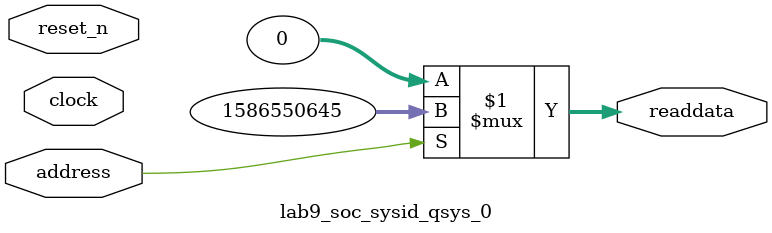
<source format=v>



// synthesis translate_off
`timescale 1ns / 1ps
// synthesis translate_on

// turn off superfluous verilog processor warnings 
// altera message_level Level1 
// altera message_off 10034 10035 10036 10037 10230 10240 10030 

module lab9_soc_sysid_qsys_0 (
               // inputs:
                address,
                clock,
                reset_n,

               // outputs:
                readdata
             )
;

  output  [ 31: 0] readdata;
  input            address;
  input            clock;
  input            reset_n;

  wire    [ 31: 0] readdata;
  //control_slave, which is an e_avalon_slave
  assign readdata = address ? 1586550645 : 0;

endmodule



</source>
